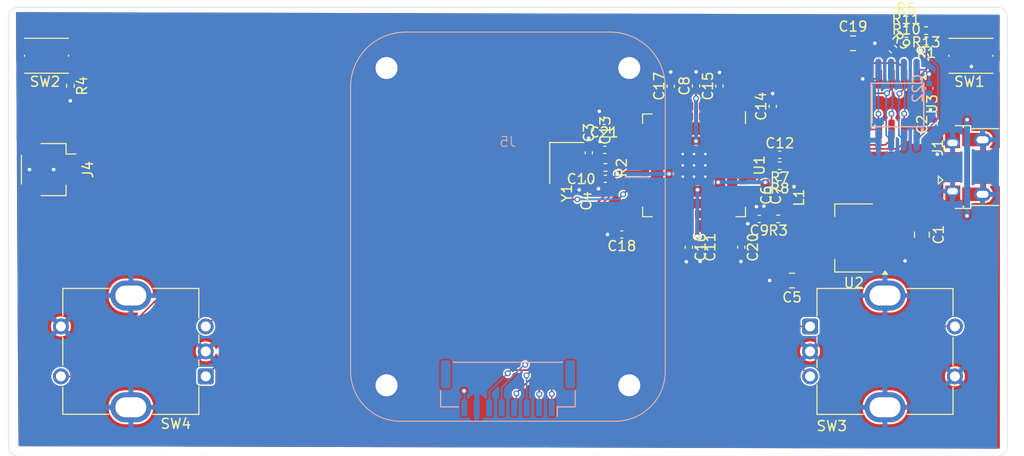
<source format=kicad_pcb>
(kicad_pcb (version 20241229) (generator "pcbnew") (generator_version "9.0")
  (title_block (title "RP2350B QFN-80 Minimal Design Example") (date "2024-07-04") (rev "REV3") (company "Raspberry Pi Ltd"))
  (layers (0 "F.Cu" signal) (2 "B.Cu" signal) (13 "F.Paste" user) (15 "B.Paste" user) (5 "F.SilkS" user "F.Silkscreen") (7 "B.SilkS" user "B.Silkscreen") (1 "F.Mask" user) (3 "B.Mask" user) (25 "Edge.Cuts" user))
  (net 0 "")
  (net 1 "GND")
  (net 2 "VBUS")
  (net 3 "/XIN")
  (net 4 "/XOUT")
  (net 5 "+3V3")
  (net 6 "+1V1")
  (net 8 "/~{USB_BOOT}")
  (net 9 "/GPIO15")
  (net 10 "/GPIO14")
  (net 11 "/GPIO13")
  (net 12 "/GPIO12")
  (net 13 "/GPIO11")
  (net 14 "/GPIO10")
  (net 15 "/GPIO9")
  (net 16 "/GPIO8")
  (net 17 "/GPIO7")
  (net 18 "/GPIO6")
  (net 19 "/GPIO5")
  (net 20 "/GPIO4")
  (net 21 "/GPIO3")
  (net 22 "/GPIO2")
  (net 23 "/GPIO1")
  (net 24 "/GPIO0")
  (net 25 "/GPIO25")
  (net 26 "/GPIO24")
  (net 27 "/GPIO23")
  (net 28 "/GPIO22")
  (net 29 "/GPIO21")
  (net 30 "/GPIO20")
  (net 31 "/GPIO19")
  (net 32 "/GPIO18")
  (net 33 "/GPIO17")
  (net 34 "/GPIO16")
  (net 35 "/RUN")
  (net 36 "/SWD")
  (net 37 "/SWCLK")
  (net 38 "/QSPI_SS")
  (net 39 "/QSPI_SD3")
  (net 40 "/QSPI_SCLK")
  (net 41 "/QSPI_SD0")
  (net 42 "/QSPI_SD2")
  (net 43 "/QSPI_SD1")
  (net 44 "/USB_D+")
  (net 45 "/USB_D-")
  (net 46 "/VREG_LX")
  (net 47 "Net-(C4-Pad1)")
  (net 48 "/GPIO44_ADC4")
  (net 49 "/GPIO43_ADC3")
  (net 50 "/GPIO42_ADC2")
  (net 51 "/GPIO41_ADC1")
  (net 52 "/GPIO40_ADC0")
  (net 53 "/GPIO33")
  (net 54 "Net-(R4-Pad1)")
  (net 55 "Net-(U1-USB_DP)")
  (net 56 "/GPIO29")
  (net 57 "/GPIO28")
  (net 58 "/GPIO27")
  (net 59 "/GPIO26")
  (net 60 "/FLASH_SS")
  (net 61 "/VREG_AVDD")
  (net 62 "Net-(U1-USB_DM)")
  (net 63 "/FLASH2_SS")
  (net 64 "/Screen_BL")
  (net 66 "/Screen_RST")
  (net 67 "/Screen_DIN")
  (net 68 "/Screen_DC")
  (net 69 "/Screen_CLK")
  (net 70 "/Screen_CS")
  (net 71 "/SW3_BUT")
  (net 72 "/SW3_P1")
  (net 73 "/SW3_P2")
  (net 74 "/SW4_P2")
  (net 75 "/SW4_P1")
  (net 76 "/SW4_BUT")
  (footprint "Capacitor_SMD:C_0805_2012Metric" (layer "F.Cu") (at 134.55 81.62)
    (property "Reference" "C19")
    (property "Value" "10u")
  )
  (footprint "Button_Switch_SMD:SW_Push_1P1T_NO_Vertical_Wuerth_434133025816" (layer "F.Cu") (at 53.81 82.87 180)
    (property "Reference" "SW2")
    (property "Value" "SW_Push")
  )
  (footprint "Capacitor_SMD:C_0402_1005Metric" (layer "F.Cu") (at 123.36 102.06 -90)
    (property "Reference" "C20")
    (property "Value" "100n")
  )
  (footprint "Capacitor_SMD:C_0402_1005Metric" (layer "F.Cu") (at 127.216666 92.795)
    (property "Reference" "C12")
    (property "Value" "100n")
  )
  (footprint "Resistor_SMD:R_0402_1005Metric" (layer "F.Cu") (at 141.87 80.35 180)
    (property "Reference" "R13")
    (property "Value" "10k")
  )
  (footprint "Capacitor_SMD:C_0805_2012Metric" (layer "F.Cu") (at 128.44 105.4 180)
    (property "Reference" "C5")
    (property "Value" "10u")
  )
  (footprint "Resistor_SMD:R_0402_1005Metric" (layer "F.Cu") (at 127.216666 93.895 180)
    (property "Reference" "R7")
    (property "Value" "27")
  )
  (footprint "Capacitor_SMD:C_0402_1005Metric" (layer "F.Cu") (at 118.83 85.89 90)
    (property "Reference" "C8")
    (property "Value" "100n")
  )
  (footprint "Rotary_Encoder:RotaryEncoder_Bourns_Vertical_PEC12R-3x17F-Sxxxx" (layer "F.Cu") (at 130.25 110)
    (property "Reference" "SW3")
    (property "Value" "RotaryEncoder_Switch_MP")
  )
  (footprint "RP2350_80QFN_minimal:C_0402_1005Metric_small_pads" (layer "F.Cu") (at 124.691666 96.845 -90)
    (property "Reference" "C6")
    (property "Value" "4.7u")
  )
  (footprint "Package_TO_SOT_SMD:SOT-223-3_TabPin2" (layer "F.Cu") (at 134.63 101.1325 180)
    (property "Reference" "U2")
    (property "Value" "NCP1117-3.3_SOT223")
  )
  (footprint "Capacitor_SMD:C_0402_1005Metric" (layer "F.Cu") (at 142.63 89.75 90)
    (property "Reference" "C2")
    (property "Value" "100n")
  )
  (footprint "Rotary_Encoder:RotaryEncoder_Bourns_Vertical_PEC12R-3x17F-Sxxxx" (layer "F.Cu") (at 69.75 115 180)
    (property "Reference" "SW4")
    (property "Value" "RotaryEncoder_Switch_MP")
  )
  (footprint "Capacitor_SMD:C_0402_1005Metric" (layer "F.Cu") (at 108.1 92.6 90)
    (property "Reference" "C3")
    (property "Value" "15p")
  )
  (footprint "Button_Switch_SMD:SW_Push_1P1T_NO_Vertical_Wuerth_434133025816" (layer "F.Cu") (at 146.35 82.875 180)
    (property "Reference" "SW1")
    (property "Value" "SW_Push")
  )
  (footprint "Capacitor_SMD:C_0402_1005Metric" (layer "F.Cu") (at 121.18 85.91 90)
    (property "Reference" "C15")
    (property "Value" "100n")
  )
  (footprint "Capacitor_SMD:C_0402_1005Metric" (layer "F.Cu") (at 125.166666 99.22 180)
    (property "Reference" "C9")
    (property "Value" "4.7u")
  )
  (footprint "Resistor_SMD:R_0402_1005Metric" (layer "F.Cu") (at 127.216666 94.995 180)
    (property "Reference" "R8")
    (property "Value" "27")
  )
  (footprint "Resistor_SMD:R_0402_1005Metric" (layer "F.Cu") (at 139.89 81.4)
    (property "Reference" "R10")
    (property "Value" "0")
  )
  (footprint "Resistor_SMD:R_0402_1005Metric" (layer "F.Cu") (at 127.056666 99.22 180)
    (property "Reference" "R3")
    (property "Value" "33")
  )
  (footprint "Resistor_SMD:R_0402_1005Metric" (layer "F.Cu") (at 138.55 82.21 -45)
    (property "Reference" "R9")
    (property "Value" "DNF")
  )
  (footprint "RP2350_80QFN_minimal:L_pol_2016" (layer "F.Cu") (at 127.341666 96.895 -90)
    (property "Reference" "L1")
    (property "Value" "3.3u")
  )
  (footprint "Connector_USB:USB_Micro-B_Amphenol_10103594-0001LF_Horizontal" (layer "F.Cu") (at 146.4 94 90)
    (property "Reference" "J1")
    (property "Value" "USB_B_Micro")
  )
  (footprint "RP2350_80QFN_minimal:C_0402_1005Metric_small_pads" (layer "F.Cu") (at 125.666666 96.845 -90)
    (property "Reference" "C7")
    (property "Value" "4.7u")
  )
  (footprint "Capacitor_SMD:C_0402_1005Metric" (layer "F.Cu") (at 126.51 87.94 90)
    (property "Reference" "C14")
    (property "Value" "100n")
  )
  (footprint "Resistor_SMD:R_0402_1005Metric" (layer "F.Cu") (at 139.865 80.35)
    (property "Reference" "R11")
    (property "Value" "0")
  )
  (footprint "Resistor_SMD:R_0402_1005Metric" (layer "F.Cu") (at 139.87 79.3)
    (property "Reference" "R6")
    (property "Value" "1k")
  )
  (footprint "Capacitor_SMD:C_0402_1005Metric" (layer "F.Cu") (at 119.1 102.06 -90)
    (property "Reference" "C11")
    (property "Value" "100n")
  )
  (footprint "Connector_JST:JST_SH_SM03B-SRSS-TB_1x03-1MP_P1.00mm_Horizontal" (layer "F.Cu") (at 53.98 94.28 -90)
    (property "Reference" "J4")
    (property "Value" "SM03B-SRSS-TB")
  )
  (footprint "Resistor_SMD:R_0402_1005Metric" (layer "F.Cu") (at 141.89 81.4 180)
    (property "Reference" "R1")
    (property "Value" "10k")
  )
  (footprint "Package_SO:SOP-8_3.76x4.96mm_P1.27mm" (layer "F.Cu") (at 139.04 87.72 -90)
    (property "Reference" "U3")
    (property "Value" "LY68L6400SLIT")
  )
  (footprint "Crystal:Crystal_SMD_3225-4Pin_3.2x2.5mm" (layer "F.Cu") (at 105.9 93.62 -90)
    (property "Reference" "Y1")
    (property "Value" "ABM8-272-T3")
  )
  (footprint "Capacitor_SMD:C_0805_2012Metric" (layer "F.Cu") (at 141.44 100.8 -90)
    (property "Reference" "C1")
    (property "Value" "10u")
  )
  (footprint "Capacitor_SMD:C_0402_1005Metric" (layer "F.Cu") (at 109.63 89.39 180)
    (property "Reference" "C21")
    (property "Value" "100n")
  )
  (footprint "Capacitor_SMD:C_0402_1005Metric" (layer "F.Cu") (at 108.1 95.5 -90)
    (property "Reference" "C4")
    (property "Value" "15p")
  )
  (footprint "Capacitor_SMD:C_0402_1005Metric" (layer "F.Cu") (at 116.3 85.92 90)
    (property "Reference" "C17")
    (property "Value" "100n")
  )
  (footprint "Capacitor_SMD:C_0402_1005Metric" (layer "F.Cu") (at 109.76 95.2 180)
    (property "Reference" "C10")
    (property "Value" "4.7u")
  )
  (footprint "RP2350_80QFN_minimal:RP2350-QFN-80-1EP_10x10_P0.4mm_EP3.4x3.4mm_ThermalVias" (layer "F.Cu") (at 118.633333 93.853333 -90)
    (property "Reference" "U1")
    (property "Value" "RP2350_80QFN")
  )
  (footprint "Capacitor_SMD:C_0402_1005Metric" (layer "F.Cu") (at 118.12 102.06 -90)
    (property "Reference" "C16")
    (property "Value" "100n")
  )
  (footprint "Resistor_SMD:R_0402_1005Metric" (layer "F.Cu") (at 56.2 85.88 -90)
    (property "Reference" "R4")
    (property "Value" "1k")
  )
  (footprint "Resistor_SMD:R_0402_1005Metric" (layer "F.Cu") (at 109.77 94.06 180)
    (property "Reference" "R2")
    (property "Value" "1k")
  )
  (footprint "Capacitor_SMD:C_0402_1005Metric" (layer "F.Cu") (at 109.7 92.3 180)
    (property "Reference" "C13")
    (property "Value" "100n")
  )
  (footprint "Capacitor_SMD:C_0402_1005Metric" (layer "F.Cu") (at 111.4 100.78 180)
    (property "Reference" "C18")
    (property "Value" "100n")
  )
  (footprint "PCM_JLCPCB:SOIC-8_L5.3-W5.3-P1.27-LS8.0-BL" (layer "B.Cu") (at 139 87.8 180)
    (property "Reference" "U5" (hide yes))
    (property "Value" "W25Q128")
  )
  (footprint "Display:Seeed 1.69 Inch LCD Module" (layer "B.Cu") (at 100 100 180)
    (property "Reference" "J5")
    (property "Value" "Conn_01x08_MountingPin")
  )
  (footprint "Capacitor_SMD:C_0402_1005Metric" (layer "B.Cu") (at 142.18 86.14 -90)
    (property "Reference" "C22")
    (property "Value" "DNF")
  )
  (gr_line (start 150 79) (end 150 122) (stroke (width 0.05)) (layer "Edge.Cuts"))
  (gr_arc (start 150 122) (mid 149.707107 122.707107) (end 149 123) (stroke (width 0.05)) (layer "Edge.Cuts"))
  (gr_line (start 51 78) (end 149 78) (stroke (width 0.05)) (layer "Edge.Cuts"))
  (gr_arc (start 149 78) (mid 149.707107 78.292893) (end 150 79) (stroke (width 0.05)) (layer "Edge.Cuts"))
  (gr_arc (start 50 79) (mid 50.292893 78.292893) (end 51 78) (stroke (width 0.05)) (layer "Edge.Cuts"))
  (gr_arc (start 51 123) (mid 50.292893 122.707107) (end 50 122) (stroke (width 0.05)) (layer "Edge.Cuts"))
  (gr_line (start 50 122) (end 50 79) (stroke (width 0.05)) (layer "Edge.Cuts"))
  (gr_line (start 149 123) (end 51 123) (stroke (width 0.05)) (layer "Edge.Cuts"))
  (segment (start 125.46 97.94) (end 125.403103 97.996897) (width 0.16) (layer "F.Cu") (net 1))
  (segment (start 124.49 99.22) (end 124.01 99.7) (width 0.3) (layer "F.Cu") (net 1))
  (segment (start 118.83 85.41) (end 118.83 84.5) (width 0.16) (layer "F.Cu") (net 1))
  (segment (start 110.92 100.78) (end 109.97 100.78) (width 0.16) (layer "F.Cu") (net 1))
  (segment (start 125.63 97.77) (end 125.666666 97.733334) (width 0.16) (layer "F.Cu") (net 1))
  (segment (start 142.63 88.62) (end 142.3 88.29) (width 0.2) (layer "F.Cu") (net 1))
  (segment (start 56.2 86.39) (end 56.2 87.37) (width 0.16) (layer "F.Cu") (net 1))
  (segment (start 109.15 89.39) (end 109.15 88.44) (width 0.16) (layer "F.Cu") (net 1))
  (segment (start 144.635 92.725) (end 144.635 91.725) (width 0.16) (layer "F.Cu") (net 1))
  (segment (start 109.28 95.2) (end 109.28 95.99) (width 0.16) (layer "F.Cu") (net 1))
  (segment (start 147.785 91.565) (end 147.515 91.295) (width 0.16) (layer "F.Cu") (net 1))
  (segment (start 147.785 94.985) (end 147.785 96.485) (width 0.16) (layer "F.Cu") (net 1))
  (segment (start 137.135 85.1825) (end 135.5275 85.1825) (width 0.16) (layer "F.Cu") (net 1))
  (segment (start 109.28 95.99) (end 109.07 96.2) (width 0.16) (layer "F.Cu") (net 1))
  (segment (start 123.36 103.46) (end 123.33 103.49) (width 0.16) (layer "F.Cu") (net 1))
  (segment (start 119.1 102.54) (end 119.1 103.34) (width 0.16) (layer "F.Cu") (net 1))
  (segment (start 124.691666 97.36) (end 124.691666 97.808787) (width 0.16) (layer "F.Cu") (net 1))
  (segment (start 135.5275 85.1825) (end 135.52 85.19) (width 0.16) (layer "F.Cu") (net 1))
  (segment (start 137.78 103.4325) (end 139.7575 103.4325) (width 0.16) (layer "F.Cu") (net 1))
  (segment (start 116.3 85.44) (end 116.3 84.5) (width 0.16) (layer "F.Cu") (net 1))
  (segment (start 118.12 103.25) (end 117.86 103.51) (width 0.16) (layer "F.Cu") (net 1))
  (segment (start 141.44 101.75) (end 139.7575 103.4325) (width 0.16) (layer "F.Cu") (net 1))
  (segment (start 147.785 96.485) (end 147.515 96.755) (width 0.16) (layer "F.Cu") (net 1))
  (segment (start 147.785 93.065) (end 147.785 91.565) (width 0.16) (layer "F.Cu") (net 1))
  (segment (start 124.691666 97.808787) (end 124.879776 97.996897) (width 0.16) (layer "F.Cu") (net 1))
  (segment (start 142.63 89.27) (end 142.63 88.62) (width 0.2) (layer "F.Cu") (net 1))
  (segment (start 125.666666 97.36) (end 124.691666 97.36) (width 0.16) (layer "F.Cu") (net 1))
  (segment (start 54.53 94.28) (end 54.52 94.27) (width 0.16) (layer "F.Cu") (net 1))
  (segment (start 125.666666 97.733334) (end 125.666666 97.36) (width 0.16) (layer "F.Cu") (net 1))
  (segment (start 146.4 83.95) (end 148.425 83.95) (width 0.16) (layer "F.Cu") (net 1))
  (segment (start 144.635 91.725) (end 144.515 91.605) (width 0.16) (layer "F.Cu") (net 1))
  (segment (start 124.691666 97.36) (end 124.88 97.36) (width 0.16) (layer "F.Cu") (net 1))
  (segment (start 123.36 102.54) (end 123.36 103.46) (width 0.16) (layer "F.Cu") (net 1))
  (segment (start 56.2 87.37) (end 56.19 87.38) (width 0.16) (layer "F.Cu") (net 1))
  (segment (start 118.83 84.5) (end 118.84 84.49) (width 0.16) (layer "F.Cu") (net 1))
  (segment (start 55.98 94.28) (end 54.53 94.28) (width 0.16) (layer "F.Cu") (net 1))
  (segment (start 108.1 92.12) (end 108.1 91.15) (width 0.16) (layer "F.Cu") (net 1))
  (segment (start 119.1 103.34) (end 119.24 103.48) (width 0.16) (layer "F.Cu") (net 1))
  (segment (start 109.22 92.3) (end 109.22 91.47) (width 0.16) (layer "F.Cu") (net 1))
  (segment (start 126.51 87.46) (end 126.51 86.66) (width 0.16) (layer "F.Cu") (net 1))
  (segment (start 125.63 97.94) (end 125.63 97.77) (width 0.16) (layer "F.Cu") (net 1))
  (segment (start 144.275 83.95) (end 146.4 83.95) (width 0.16) (layer "F.Cu") (net 1))
  (segment (start 108.1 91.15) (end 108.08 91.13) (width 0.16) (layer "F.Cu") (net 1))
  (segment (start 135.5 81.62) (end 136.73 81.62) (width 0.16) (layer "F.Cu") (net 1))
  (segment (start 124.686666 99.22) (end 124.49 99.22) (width 0.3) (layer "F.Cu") (net 1))
  (segment (start 52.105 96.58) (end 52.105 94.27) (width 0.16) (layer "F.Cu") (net 1))
  (segment (start 107.47 95.98) (end 107.14 96.31) (width 0.16) (layer "F.Cu") (net 1))
  (segment (start 125.403103 97.996897) (end 124.879776 97.996897) (width 0.16) (layer "F.Cu") (net 1))
  (segment (start 125.666666 97.36) (end 125.516673 97.36) (width 0.16) (layer "F.Cu") (net 1))
  (segment (start 52.105 94.27) (end 52.105 91.98) (width 0.16) (layer "F.Cu") (net 1))
  (segment (start 127.49 105.4) (end 126.21 105.4) (width 0.16) (layer "F.Cu") (net 1))
  (segment (start 108.1 95.98) (end 107.47 95.98) (width 0.16) (layer "F.Cu") (net 1))
  (segment (start 121.18 85.43) (end 121.18 84.54) (width 0.16) (layer "F.Cu") (net 1))
  (segment (start 143.005 92.725) (end 142.99 92.74) (width 0.16) (layer "F.Cu") (net 1))
  (segment (start 144.635 92.725) (end 143.005 92.725) (width 0.16) (layer "F.Cu") (net 1))
  (segment (start 125.63 97.94) (end 125.46 97.94) (width 0.16) (layer "F.Cu") (net 1))
  (segment (start 126.21 105.4) (end 126.2 105.39) (width 0.16) (layer "F.Cu") (net 1))
  (segment (start 118.12 102.54) (end 118.12 103.25) (width 0.16) (layer "F.Cu") (net 1))
  (via (at 139.7575 103.4325) (size 0.6) (drill 0.35) (layers "F.Cu" "B.Cu") (net 1))
  (via (at 117.86 103.51) (size 0.6) (drill 0.35) (layers "F.Cu" "B.Cu") (net 1))
  (via (at 116.3 84.5) (size 0.6) (drill 0.35) (layers "F.Cu" "B.Cu") (net 1))
  (via (at 146.4 83.95) (size 0.6) (drill 0.35) (layers "F.Cu" "B.Cu") (net 1))
  (via (at 119.24 103.48) (size 0.6) (drill 0.35) (layers "F.Cu" "B.Cu") (net 1))
  (via (at 56.19 87.38) (size 0.6) (drill 0.35) (layers "F.Cu" "B.Cu") (net 1))
  (via (at 135.52 85.19) (size 0.6) (drill 0.35) (layers "F.Cu" "B.Cu") (net 1))
  (via (at 109.22 91.47) (size 0.6) (drill 0.35) (layers "F.Cu" "B.Cu") (net 1))
  (via (at 123.33 103.49) (size 0.6) (drill 0.35) (layers "F.Cu" "B.Cu") (net 1))
  (via (at 121.18 84.54) (size 0.6) (drill 0.35) (layers "F.Cu" "B.Cu") (net 1))
  (via (at 136.73 81.62) (size 0.6) (drill 0.35) (layers "F.Cu" "B.Cu") (net 1))
  (via (at 109.97 100.78) (size 0.6) (drill 0.35) (layers "F.Cu" "B.Cu") (net 1))
  (via (at 107.14 96.31) (size 0.6) (drill 0.35) (layers "F.Cu" "B.Cu") (net 1))
  (via (at 109.07 96.2) (size 0.6) (drill 0.35) (layers "F.Cu" "B.Cu") (net 1))
  (via (at 124.879776 97.996897) (size 0.6) (drill 0.35) (layers "F.Cu" "B.Cu") (net 1))
  (via (at 109.15 88.44) (size 0.6) (drill 0.35) (layers "F.Cu" "B.Cu") (net 1))
  (via (at 124.01 99.7) (size 0.6) (drill 0.35) (layers "F.Cu" "B.Cu") (net 1))
  (via (at 118.84 84.49) (size 0.6) (drill 0.35) (layers "F.Cu" "B.Cu") (net 1))
  (via (at 126.51 86.66) (size 0.6) (drill 0.35) (layers "F.Cu" "B.Cu") (net 1))
  (via (at 108.08 91.13) (size 0.6) (drill 0.35) (layers "F.Cu" "B.Cu") (net 1))
  (via (at 54.52 94.27) (size 0.6) (drill 0.35) (layers "F.Cu" "B.Cu") (net 1))
  (via (at 52.105 94.27) (size 0.6) (drill 0.35) (layers "F.Cu" "B.Cu") (net 1))
  (via (at 142.3 88.29) (size 0.6) (drill 0.35) (layers "F.Cu" "B.Cu") (net 1))
  (via (at 125.63 97.94) (size 0.6) (drill 0.35) (layers "F.Cu" "B.Cu") (net 1))
  (via (at 142.99 92.74) (size 0.6) (drill 0.35) (layers "F.Cu" "B.Cu") (net 1))
  (via (at 126.2 105.39) (size 0.6) (drill 0.35) (layers "F.Cu" "B.Cu") (net 1))
  (segment (start 142.845 95.325) (end 142.54 95.63) (width 0.3) (layer "F.Cu") (net 2))
  (segment (start 144.635 95.325) (end 142.845 95.325) (width 0.3) (layer "F.Cu") (net 2))
  (segment (start 110.141344 93.08) (end 108.1 93.08) (width 0.16) (layer "F.Cu") (net 3))
  (segment (start 106.13 93.6) (end 105.05 92.52) (width 0.16) (layer "F.Cu") (net 3))
  (segment (start 107.58 93.6) (end 106.13 93.6) (width 0.16) (layer "F.Cu") (net 3))
  (segment (start 113.736833 93.653333) (end 110.714677 93.653333) (width 0.16) (layer "F.Cu") (net 3))
  (segment (start 110.714677 93.653333) (end 110.141344 93.08) (width 0.16) (layer "F.Cu") (net 3))
  (segment (start 108.1 93.08) (end 107.58 93.6) (width 0.16) (layer "F.Cu") (net 3))
  (segment (start 110.286667 94.053333) (end 110.28 94.06) (width 0.16) (layer "F.Cu") (net 4))
  (segment (start 113.736833 94.053333) (end 110.286667 94.053333) (width 0.16) (layer "F.Cu") (net 4))
  (segment (start 112.663333 91.253333) (end 113.736833 91.253333) (width 0.16) (layer "F.Cu") (net 5))
  (segment (start 120.833333 88.956833) (end 120.833333 86.736667) (width 0.16) (layer "F.Cu") (net 5))
  (segment (start 118.433333 98.749833) (end 118.433333 101.266667) (width 0.16) (layer "F.Cu") (net 5))
  (segment (start 123.529833 91.653333) (end 124.377207 91.653333) (width 0.16) (layer "F.Cu") (net 5))
  (segment (start 123.36 100.8) (end 123.36 101.58) (width 0.16) (layer "F.Cu") (net 5))
  (segment (start 122.433333 98.749833) (end 122.433333 99.873333) (width 0.16) (layer "F.Cu") (net 5))
  (segment (start 111.133333 93.253333) (end 110.18 92.3) (width 0.16) (layer "F.Cu") (net 5))
  (segment (start 123.529833 94.453333) (end 125.078333 94.453333) (width 0.16) (layer "F.Cu") (net 5))
  (segment (start 116.833333 86.933333) (end 116.3 86.4) (width 0.16) (layer "F.Cu") (net 5))
  (segment (start 125.078333 94.453333) (end 125.285833 94.245833) (width 0.16) (layer "F.Cu") (net 5))
  (segment (start 120.833333 86.736667) (end 121.18 86.39) (width 0.16) (layer "F.Cu") (net 5))
  (segment (start 112.803166 100.78) (end 111.88 100.78) (width 0.16) (layer "F.Cu") (net 5))
  (segment (start 124.678333 94.853333) (end 125.285833 94.245833) (width 0.16) (layer "F.Cu") (net 5))
  (segment (start 118.433333 101.266667) (end 118.12 101.58) (width 0.16) (layer "F.Cu") (net 5))
  (segment (start 110.11 89.39) (end 110.8 89.39) (width 0.16) (layer "F.Cu") (net 5))
  (segment (start 125.285833 94.245833) (end 126.736666 92.795) (width 0.16) (layer "F.Cu") (net 5))
  (segment (start 124.377207 91.653333) (end 126.51 89.52054) (width 0.16) (layer "F.Cu") (net 5))
  (segment (start 116.833333 88.956833) (end 116.833333 86.933333) (width 0.16) (layer "F.Cu") (net 5))
  (segment (start 114.833333 98.749833) (end 112.803166 100.78) (width 0.16) (layer "F.Cu") (net 5))
  (segment (start 126.51 89.52054) (end 126.51 88.42) (width 0.16) (layer "F.Cu") (net 5))
  (segment (start 122.433333 99.873333) (end 123.36 100.8) (width 0.16) (layer "F.Cu") (net 5))
  (segment (start 110.8 89.39) (end 112.663333 91.253333) (width 0.16) (layer "F.Cu") (net 5))
  (segment (start 113.736833 93.253333) (end 111.133333 93.253333) (width 0.16) (layer "F.Cu") (net 5))
  (segment (start 142.38 81.38) (end 142.4 81.4) (width 0.16) (layer "F.Cu") (net 5))
  (segment (start 123.529833 94.853333) (end 124.678333 94.853333) (width 0.16) (layer "F.Cu") (net 5))
  (segment (start 142.38 80.35) (end 142.38 81.38) (width 0.16) (layer "F.Cu") (net 5))
  (via (at 145.96 98.92) (size 0.6) (drill 0.35) (layers "F.Cu" "B.Cu") (net 5))
  (via (at 142.16616 84.710875) (size 0.6) (drill 0.35) (layers "F.Cu" "B.Cu") (net 5))
  (via (at 145.97 89.28) (size 0.6) (drill 0.35) (layers "F.Cu" "B.Cu") (net 5))
  (via (at 95.61 116.46) (size 0.6) (drill 0.35) (layers "F.Cu" "B.Cu") (net 5))
  (segment (start 141.725285 84.27) (end 142.16616 84.710875) (width 0.2) (layer "B.Cu") (net 5))
  (segment (start 95.625 118.15) (end 95.625 116.475) (width 0.16) (layer "B.Cu") (net 5))
  (segment (start 145.97 98.91) (end 145.96 98.92) (width 0.2) (layer "B.Cu") (net 5))
  (segment (start 142.16616 84.710875) (end 142.16616 85.64616) (width 0.2) (layer "B.Cu") (net 5))
  (segment (start 142.16616 85.64616) (end 142.18 85.66) (width 0.2) (layer "B.Cu") (net 5))
  (segment (start 140.91 84.27) (end 141.725285 84.27) (width 0.2) (layer "B.Cu") (net 5))
  (segment (start 95.625 116.475) (end 95.61 116.46) (width 0.16) (layer "B.Cu") (net 5))
  (segment (start 145.97 89.28) (end 145.97 98.91) (width 0.6) (layer "B.Cu") (net 5))
  (segment (start 125.666666 95.658334) (end 125.775 95.55) (width 0.16) (layer "F.Cu") (net 6))
  (segment (start 110.45 95.2) (end 110.95 94.7) (width 0.16) (layer "F.Cu") (net 6))
  (segment (start 118.965 100.945) (end 119.1 101.08) (width 0.16) (layer "F.Cu") (net 6))
  (segment (start 118.833333 86.373333) (end 118.83 86.37) (width 0.16) (layer "F.Cu") (net 6))
  (segment (start 125.666666 96.33) (end 125.666666 95.658334) (width 0.16) (layer "F.Cu") (net 6))
  (segment (start 118.833333 100.813333) (end 118.965 100.945) (width 0.16) (layer "F.Cu") (net 6))
  (segment (start 119.1 101.08) (end 119.1 101.58) (width 0.16) (layer "F.Cu") (net 6))
  (segment (start 118.833333 88.956833) (end 118.833333 87.14) (width 0.16) (layer "F.Cu") (net 6))
  (segment (start 118.833333 87.14) (end 118.833333 86.373333) (width 0.16) (layer "F.Cu") (net 6))
  (segment (start 118.833333 98.749833) (end 118.833333 100.813333) (width 0.16) (layer "F.Cu") (net 6))
  (segment (start 111.196667 94.453333) (end 113.736833 94.453333) (width 0.16) (layer "F.Cu") (net 6))
  (segment (start 110.95 94.7) (end 111.196667 94.453333) (width 0.16) (layer "F.Cu") (net 6))
  (segment (start 110.24 95.2) (end 110.45 95.2) (width 0.16) (layer "F.Cu") (net 6))
  (via (at 118.833333 87.14) (size 0.6) (drill 0.35) (layers "F.Cu" "B.Cu") (net 6))
  (via (at 118.825 91.425) (size 0.6) (drill 0.35) (layers "F.Cu" "B.Cu") (net 6))
  (via (at 118.965 100.945) (size 0.6) (drill 0.35) (layers "F.Cu" "B.Cu") (net 6))
  (via (at 125.775 95.55) (size 0.6) (drill 0.35) (layers "F.Cu" "B.Cu") (net 6))
  (via (at 121.05 95.55) (size 0.6) (drill 0.35) (layers "F.Cu" "B.Cu") (net 6))
  (via (at 116.125 94.7) (size 0.6) (drill 0.35) (layers "F.Cu" "B.Cu") (net 6))
  (via (at 110.95 94.7) (size 0.6) (drill 0.35) (layers "F.Cu" "B.Cu") (net 6))
  (via (at 118.975 96.3) (size 0.6) (drill 0.35) (layers "F.Cu" "B.Cu") (net 6))
  (segment (start 118.965 100.945) (end 118.965 96.31) (width 0.4) (layer "B.Cu") (net 6))
  (segment (start 125.775 95.55) (end 121.05 95.55) (width 0.4) (layer "B.Cu") (net 6))
  (segment (start 110.95 94.7) (end 116.125 94.7) (width 0.4) (layer "B.Cu") (net 6))
  (segment (start 118.965 96.31) (end 118.975 96.3) (width 0.16) (layer "B.Cu") (net 6))
  (segment (start 118.833333 87.14) (end 118.833333 91.416667) (width 0.4) (layer "B.Cu") (net 6))
  (segment (start 118.833333 91.416667) (end 118.825 91.425) (width 0.16) (layer "B.Cu") (net 6))
  (segment (start 140.38 79.3) (end 142.171344 79.3) (width 0.16) (layer "F.Cu") (net 8))
  (segment (start 144.3 81.428656) (end 144.3 81.8) (width 0.16) (layer "F.Cu") (net 8))
  (segment (start 142.171344 79.3) (end 144.3 81.428656) (width 0.16) (layer "F.Cu") (net 8))
  (segment (start 144.3 81.8) (end 148.425 81.8) (width 0.16) (layer "F.Cu") (net 8))
  (segment (start 125.84 86.52) (end 132.01 80.35) (width 0.16) (layer "F.Cu") (net 24))
  (segment (start 123.529833 91.253333) (end 124.337387 91.253333) (width 0.16) (layer "F.Cu") (net 24))
  (segment (start 136.69 80.35) (end 136.49 80.35) (width 0.2) (layer "F.Cu") (net 24))
  (segment (start 125.84 89.75072) (end 125.84 86.52) (width 0.16) (layer "F.Cu") (net 24))
  (segment (start 138.189376 81.849376) (end 136.69 80.35) (width 0.2) (layer "F.Cu") (net 24))
  (segment (start 132.01 80.35) (end 139.355 80.35) (width 0.16) (layer "F.Cu") (net 24))
  (segment (start 124.337387 91.253333) (end 125.84 89.75072) (width 0.16) (layer "F.Cu") (net 24))
  (segment (start 80.623554 81.795) (end 55.885 81.795) (width 0.2) (layer "F.Cu") (net 35))
  (segment (start 51.76 81.795) (end 55.885 81.795) (width 0.2) (layer "F.Cu") (net 35))
  (segment (start 113.736833 95.653333) (end 112.646667 95.653333) (width 0.2) (layer "F.Cu") (net 35))
  (segment (start 106.95 97.26) (end 96.088554 97.26) (width 0.2) (layer "F.Cu") (net 35))
  (segment (start 112.646667 95.653333) (end 111.54 96.76) (width 0.2) (layer "F.Cu") (net 35))
  (segment (start 96.088554 97.26) (end 80.623554 81.795) (width 0.2) (layer "F.Cu") (net 35))
  (via (at 106.95 97.26) (size 0.6) (drill 0.35) (layers "F.Cu" "B.Cu") (net 35))
  (via (at 111.54 96.76) (size 0.6) (drill 0.35) (layers "F.Cu" "B.Cu") (net 35))
  (segment (start 111.04 97.26) (end 111.54 96.76) (width 0.2) (layer "B.Cu") (net 35))
  (segment (start 106.95 97.26) (end 111.04 97.26) (width 0.2) (layer "B.Cu") (net 35))
  (segment (start 92.960924 95.21) (end 56.05 95.21) (width 0.16) (layer "F.Cu") (net 36))
  (segment (start 56.05 95.21) (end 55.98 95.28) (width 0.16) (layer "F.Cu") (net 36))
  (segment (start 111.896667 95.253333) (end 108.824667 98.325333) (width 0.16) (layer "F.Cu") (net 36))
  (segment (start 113.736833 95.253333) (end 111.896667 95.253333) (width 0.16) (layer "F.Cu") (net 36))
  (segment (start 96.076257 98.325333) (end 92.960924 95.21) (width 0.16) (layer "F.Cu") (net 36))
  (segment (start 108.824667 98.325333) (end 96.076257 98.325333) (width 0.16) (layer "F.Cu") (net 36))
  (segment (start 96.213361 97.994333) (end 108.565667 97.994333) (width 0.2) (layer "F.Cu") (net 37))
  (segment (start 111.706667 94.853333) (end 113.736833 94.853333) (width 0.2) (layer "F.Cu") (net 37))
  (segment (start 91.499028 93.28) (end 96.213361 97.994333) (width 0.2) (layer "F.Cu") (net 37))
  (segment (start 108.565667 97.994333) (end 111.706667 94.853333) (width 0.2) (layer "F.Cu") (net 37))
  (segment (start 55.98 93.28) (end 91.499028 93.28) (width 0.2) (layer "F.Cu") (net 37))
  (segment (start 139.874 79.814) (end 139.36 79.3) (width 0.16) (layer "F.Cu") (net 38))
  (segment (start 133.52036 82.95) (end 137.83 82.95) (width 0.16) (layer "F.Cu") (net 38))
  (segment (start 137.83 82.95) (end 139.38 81.4) (width 0.16) (layer "F.Cu") (net 38))
  (segment (start 139.38 81.4) (end 139.874 80.906) (width 0.16) (layer "F.Cu") (net 38))
  (segment (start 139.874 80.906) (end 139.874 79.814) (width 0.16) (layer "F.Cu") (net 38))
  (segment (start 123.529833 92.053333) (end 124.417027 92.053333) (width 0.16) (layer "F.Cu") (net 38))
  (segment (start 124.417027 92.053333) (end 133.52036 82.95) (width 0.16) (layer "F.Cu") (net 38))
  (segment (start 123.529833 94.053333) (end 124.639779 94.053333) (width 0.16) (layer "F.Cu") (net 39))
  (segment (start 126.493112 92.2) (end 139 92.2) (width 0.16) (layer "F.Cu") (net 39))
  (segment (start 139.675 90.2575) (end 139.675 88.675) (width 0.16) (layer "F.Cu") (net 39))
  (segment (start 139 92.2) (end 139.675 91.525) (width 0.16) (layer "F.Cu") (net 39))
  (segment (start 139.675 91.525) (end 139.675 90.2575) (width 0.16) (layer "F.Cu") (net 39))
  (segment (start 124.639779 94.053333) (end 126.493112 92.2) (width 0.16) (layer "F.Cu") (net 39))
  (via (at 139.675 88.675) (size 0.6) (drill 0.35) (layers "F.Cu" "B.Cu") (net 39))
  (segment (start 139.675 88.675) (end 139.731 88.619) (width 0.16) (layer "B.Cu") (net 39))
  (segment (start 139.731 88.619) (end 139.731 84.361) (width 0.16) (layer "B.Cu") (net 39))
  (segment (start 139.731 84.361) (end 139.64 84.27) (width 0.16) (layer "B.Cu") (net 39))
  (segment (start 138.405 88.68) (end 138.4 88.675) (width 0.16) (layer "F.Cu") (net 40))
  (segment (start 124.599959 93.653333) (end 126.453292 91.8) (width 0.16) (layer "F.Cu") (net 40))
  (segment (start 126.453292 91.8) (end 137.8 91.8) (width 0.16) (layer "F.Cu") (net 40))
  (segment (start 123.529833 93.653333) (end 124.599959 93.653333) (width 0.16) (layer "F.Cu") (net 40))
  (segment (start 138.405 91.195) (end 138.405 90.2575) (width 0.16) (layer "F.Cu") (net 40))
  (segment (start 137.8 91.8) (end 138.405 91.195) (width 0.16) (layer "F.Cu") (net 40))
  (segment (start 138.405 90.2575) (end 138.405 88.68) (width 0.16) (layer "F.Cu") (net 40))
  (via (at 138.4 88.675) (size 0.6) (drill 0.35) (layers "F.Cu" "B.Cu") (net 40))
  (segment (start 138.480999 84.390999) (end 138.36 84.27) (width 0.16) (layer "B.Cu") (net 40))
  (segment (start 138.4 88.675) (end 138.480999 88.594001) (width 0.16) (layer "B.Cu") (net 40))
  (segment (start 138.480999 88.594001) (end 138.480999 84.390999) (width 0.16) (layer "B.Cu") (net 40))
  (segment (start 123.529833 93.253333) (end 124.560139 93.253333) (width 0.16) (layer "F.Cu") (net 41))
  (segment (start 127.555972 90.2575) (end 137.135 90.2575) (width 0.16) (layer "F.Cu") (net 41))
  (segment (start 137.09 90.2125) (end 137.135 90.2575) (width 0.16) (layer "F.Cu") (net 41))
  (segment (start 137.09 88.7) (end 137.09 90.2125) (width 0.16) (layer "F.Cu") (net 41))
  (segment (start 124.560139 93.253333) (end 127.555972 90.2575) (width 0.16) (layer "F.Cu") (net 41))
  (via (at 137.09 88.7) (size 0.6) (drill 0.35) (layers "F.Cu" "B.Cu") (net 41))
  (segment (start 137.09 84.27) (end 137.09 88.7) (width 0.16) (layer "B.Cu") (net 41))
  (segment (start 123.529833 92.853333) (end 124.496667 92.853333) (width 0.16) (layer "F.Cu") (net 42))
  (segment (start 137.949999 86.625) (end 138.405 86.169999) (width 0.16) (layer "F.Cu") (net 42))
  (segment (start 124.496667 92.853333) (end 130.725 86.625) (width 0.16) (layer "F.Cu") (net 42))
  (segment (start 138.405 86.169999) (end 138.405 85.1825) (width 0.16) (layer "F.Cu") (net 42))
  (segment (start 130.725 86.625) (end 137.949999 86.625) (width 0.16) (layer "F.Cu") (net 42))
  (via (at 137.949999 86.625) (size 0.6) (drill 0.35) (layers "F.Cu" "B.Cu") (net 42))
  (segment (start 137.869 86.705999) (end 137.869 90.839) (width 0.16) (layer "B.Cu") (net 42))
  (segment (start 137.869 90.839) (end 138.36 91.33) (width 0.16) (layer "B.Cu") (net 42))
  (segment (start 137.949999 86.625) (end 137.869 86.705999) (width 0.16) (layer "B.Cu") (net 42))
  (segment (start 139.675 84.195001) (end 139.675 85.1825) (width 0.16) (layer "F.Cu") (net 43))
  (segment (start 139.675 85.1825) (end 139.675 86.175) (width 0.16) (layer "F.Cu") (net 43))
  (segment (start 123.529833 92.453333) (end 124.456847 92.453333) (width 0.16) (layer "F.Cu") (net 43))
  (segment (start 133.31018 83.6) (end 139.079999 83.6) (width 0.16) (layer "F.Cu") (net 43))
  (segment (start 139.675 86.175) (end 139.2 86.65) (width 0.16) (layer "F.Cu") (net 43))
  (segment (start 139.079999 83.6) (end 139.675 84.195001) (width 0.16) (layer "F.Cu") (net 43))
  (segment (start 124.456847 92.453333) (end 133.31018 83.6) (width 0.16) (layer "F.Cu") (net 43))
  (via (at 139.2 86.65) (size 0.6) (drill 0.35) (layers "F.Cu" "B.Cu") (net 43))
  (segment (start 139.2 86.65) (end 139.144 86.706) (width 0.16) (layer "B.Cu") (net 43))
  (segment (start 139.144 90.834) (end 139.64 91.33) (width 0.16) (layer "B.Cu") (net 43))
  (segment (start 139.144 86.706) (end 139.144 90.834) (width 0.16) (layer "B.Cu") (net 43))
  (segment (start 128.206667 93.895) (end 128.336667 94.025) (width 0.4) (layer "F.Cu") (net 44))
  (segment (start 127.726666 93.895) (end 128.206667 93.895) (width 0.4) (layer "F.Cu") (net 44))
  (segment (start 128.336667 94.025) (end 144.635 94.025) (width 0.4) (layer "F.Cu") (net 44))
  (segment (start 144.63 94.67) (end 144.635 94.675) (width 0.4) (layer "F.Cu") (net 45))
  (segment (start 128.206667 94.995) (end 128.531667 94.67) (width 0.4) (layer "F.Cu") (net 45))
  (segment (start 127.726666 94.995) (end 128.206667 94.995) (width 0.4) (layer "F.Cu") (net 45))
  (segment (start 128.531667 94.67) (end 144.63 94.67) (width 0.4) (layer "F.Cu") (net 45))
  (segment (start 108.3 95.02) (end 109.26 94.06) (width 0.16) (layer "F.Cu") (net 47))
  (segment (start 107.8 94.72) (end 108.1 95.02) (width 0.16) (layer "F.Cu") (net 47))
  (segment (start 106.75 94.72) (end 107.8 94.72) (width 0.16) (layer "F.Cu") (net 47))
  (segment (start 108.1 95.02) (end 108.3 95.02) (width 0.16) (layer "F.Cu") (net 47))
  (segment (start 56.2 85.37) (end 56.2 84.26) (width 0.16) (layer "F.Cu") (net 54))
  (segment (start 55.885 83.945) (end 51.735 83.945) (width 0.16) (layer "F.Cu") (net 54))
  (segment (start 56.2 84.26) (end 55.885 83.945) (width 0.16) (layer "F.Cu") (net 54))
  (segment (start 124.746667 95.253333) (end 126.105 93.895) (width 0.16) (layer "F.Cu") (net 55))
  (segment (start 126.105 93.895) (end 126.706666 93.895) (width 0.16) (layer "F.Cu") (net 55))
  (segment (start 123.529833 95.253333) (end 124.746667 95.253333) (width 0.16) (layer "F.Cu") (net 55))
  (segment (start 141.38 81.4) (end 141.38 82.28) (width 0.16) (layer "F.Cu") (net 60))
  (segment (start 138.910624 82.570624) (end 139.229376 82.570624) (width 0.2) (layer "F.Cu") (net 60))
  (segment (start 141.38 82.28) (end 141.36 82.3) (width 0.16) (layer "F.Cu") (net 60))
  (segment (start 140.4 81.4) (end 141.38 81.4) (width 0.16) (layer "F.Cu") (net 60))
  (segment (start 139.229376 82.570624) (end 140.4 81.4) (width 0.2) (layer "F.Cu") (net 60))
  (via (at 141.36 82.3) (size 0.6) (drill 0.35) (layers "F.Cu" "B.Cu") (net 60))
  (segment (start 143.05 83.99) (end 141.36 82.3) (width 0.16) (layer "B.Cu") (net 60))
  (segment (start 143.05 89.19) (end 143.05 83.99) (width 0.16) (layer "B.Cu") (net 60))
  (segment (start 140.91 91.33) (end 143.05 89.19) (width 0.16) (layer "B.Cu") (net 60))
  (segment (start 123.663333 97.653333) (end 124.689 98.679) (width 0.16) (layer "F.Cu") (net 61))
  (segment (start 123.529833 97.653333) (end 123.663333 97.653333) (width 0.16) (layer "F.Cu") (net 61))
  (segment (start 124.98422 98.679) (end 125.52522 99.22) (width 0.16) (layer "F.Cu") (net 61))
  (segment (start 125.52522 99.22) (end 125.646666 99.22) (width 0.16) (layer "F.Cu") (net 61))
  (segment (start 125.646666 99.22) (end 126.546666 99.22) (width 0.16) (layer "F.Cu") (net 61))
  (segment (start 124.689 98.679) (end 124.98422 98.679) (width 0.16) (layer "F.Cu") (net 61))
  (segment (start 123.529833 95.653333) (end 124.786487 95.653333) (width 0.16) (layer "F.Cu") (net 62))
  (segment (start 125.44482 94.995) (end 126.706666 94.995) (width 0.16) (layer "F.Cu") (net 62))
  (segment (start 124.786487 95.653333) (end 125.44482 94.995) (width 0.16) (layer "F.Cu") (net 62))
  (segment (start 141.89 80.885) (end 141.89 84.2375) (width 0.16) (layer "F.Cu") (net 63))
  (segment (start 140.375 80.35) (end 141.355 80.35) (width 0.16) (layer "F.Cu") (net 63))
  (segment (start 141.355 80.35) (end 141.89 80.885) (width 0.16) (layer "F.Cu") (net 63))
  (segment (start 141.89 84.2375) (end 140.945 85.1825) (width 0.16) (layer "F.Cu") (net 63))
  (segment (start 117.633333 98.749833) (end 117.633333 100.786667) (width 0.16) (layer "F.Cu") (net 64))
  (segment (start 117.633333 100.786667) (end 104.39 114.03) (width 0.16) (layer "F.Cu") (net 64))
  (segment (start 104.39 114.03) (end 104.39 116.76) (width 0.16) (layer "F.Cu") (net 64))
  (via (at 104.39 116.76) (size 0.6) (drill 0.35) (layers "F.Cu" "B.Cu") (net 64))
  (segment (start 104.39 118.135) (end 104.375 118.15) (width 0.16) (layer "B.Cu") (net 64))
  (segment (start 104.39 116.76) (end 104.39 118.135) (width 0.16) (layer "B.Cu") (net 64))
  (segment (start 103.13 116.78) (end 103.14 116.79) (width 0.16) (layer "F.Cu") (net 66))
  (segment (start 117.233333 100.716667) (end 103.13 114.82) (width 0.16) (layer "F.Cu") (net 66))
  (segment (start 117.233333 98.749833) (end 117.233333 100.716667) (width 0.16) (layer "F.Cu") (net 66))
  (segment (start 103.13 114.82) (end 103.13 116.78) (width 0.16) (layer "F.Cu") (net 66))
  (via (at 103.14 116.79) (size 0.6) (drill 0.35) (layers "F.Cu" "B.Cu") (net 66))
  (segment (start 103.14 116.79) (end 103.14 118.135) (width 0.16) (layer "B.Cu") (net 66))
  (segment (start 103.14 118.135) (end 103.125 118.15) (width 0.16) (layer "B.Cu") (net 66))
  (segment (start 116.033333 100.295041) (end 116.033333 98.749833) (width 0.16) (layer "F.Cu") (net 67))
  (segment (start 101.949374 114.379) (end 116.033333 100.295041) (width 0.16) (layer "F.Cu") (net 67))
  (segment (start 99.97991 114.68991) (end 100.29082 114.379) (width 0.16) (layer "F.Cu") (net 67))
  (segment (start 100.29082 114.379) (end 101.949374 114.379) (width 0.16) (layer "F.Cu") (net 67))
  (via (at 99.97991 114.68991) (size 0.6) (drill 0.35) (layers "F.Cu" "B.Cu") (net 67))
  (segment (start 98.15 116.51982) (end 98.15 118.125) (width 0.16) (layer "B.Cu") (net 67))
  (segment (start 99.97991 114.68991) (end 98.15 116.51982) (width 0.16) (layer "B.Cu") (net 67))
  (segment (start 98.15 118.125) (end 98.125 118.15) (width 0.16) (layer "B.Cu") (net 67))
  (segment (start 101.858194 114.91) (end 116.433333 100.334861) (width 0.16) (layer "F.Cu") (net 68))
  (segment (start 116.433333 100.334861) (end 116.433333 98.749833) (width 0.16) (layer "F.Cu") (net 68))
  (via (at 101.858194 114.91) (size 0.6) (drill 0.35) (layers "F.Cu" "B.Cu") (net 68))
  (segment (start 101.858194 114.91) (end 101.858194 115.078194) (width 0.16) (layer "B.Cu") (net 68))
  (segment (start 101.875 115.695) (end 101.875 118.15) (width 0.16) (layer "B.Cu") (net 68))
  (segment (start 101.87 115.69) (end 101.875 115.695) (width 0.16) (layer "B.Cu") (net 68))
  (segment (start 101.87 115.09) (end 101.87 115.69) (width 0.16) (layer "B.Cu") (net 68))
  (segment (start 101.858194 115.078194) (end 101.87 115.09) (width 0.16) (layer "B.Cu") (net 68))
  (segment (start 115.633333 98.749833) (end 115.633333 99.945507) (width 0.16) (layer "F.Cu") (net 69))
  (segment (start 115.633333 99.945507) (end 101.73992 113.83892) (width 0.16) (layer "F.Cu") (net 69))
  (via (at 101.73992 113.83892) (size 0.6) (drill 0.35) (layers "F.Cu" "B.Cu") (net 69))
  (segment (start 101.63108 113.83892) (end 99.375 116.095) (width 0.16) (layer "B.Cu") (net 69))
  (segment (start 99.375 116.095) (end 99.375 118.15) (width 0.16) (layer "B.Cu") (net 69))
  (segment (start 101.73992 113.83892) (end 101.63108 113.83892) (width 0.16) (layer "B.Cu") (net 69))
  (segment (start 116.833333 100.676847) (end 102.819 114.69118) (width 0.16) (layer "F.Cu") (net 70))
  (segment (start 102.819001 114.700141) (end 100.85 116.669142) (width 0.16) (layer "F.Cu") (net 70))
  (segment (start 100.85 116.669142) (end 100.85 116.71) (width 0.16) (layer "F.Cu") (net 70))
  (segment (start 116.833333 98.749833) (end 116.833333 100.676847) (width 0.16) (layer "F.Cu") (net 70))
  (segment (start 102.819 114.69118) (end 102.819001 114.700141) (width 0.16) (layer "F.Cu") (net 70))
  (via (at 100.85 116.71) (size 0.6) (drill 0.35) (layers "F.Cu" "B.Cu") (net 70))
  (segment (start 100.85 116.71) (end 100.85 117.925) (width 0.16) (layer "B.Cu") (net 70))
  (segment (start 100.85 117.925) (end 100.625 118.15) (width 0.16) (layer "B.Cu") (net 70))
  (segment (start 125.09 107.32) (end 133.61 107.32) (width 0.16) (layer "F.Cu") (net 71))
  (segment (start 133.61 107.32) (end 136.29 110) (width 0.16) (layer "F.Cu") (net 71))
  (segment (start 136.29 110) (end 144.75 110) (width 0.16) (layer "F.Cu") (net 71))
  (segment (start 121.633333 98.749833) (end 121.633333 103.863333) (width 0.16) (layer "F.Cu") (net 71))
  (segment (start 121.633333 103.863333) (end 125.09 107.32) (width 0.16) (layer "F.Cu") (net 71))
  (segment (start 130.25 110) (end 127.33018 110) (width 0.16) (layer "F.Cu") (net 72))
  (segment (start 127.33018 110) (end 121.233333 103.903153) (width 0.16) (layer "F.Cu") (net 72))
  (segment (start 121.233333 103.903153) (end 121.233333 98.749833) (width 0.16) (layer "F.Cu") (net 72))
  (segment (start 120.833333 105.583333) (end 130.25 115) (width 0.16) (layer "F.Cu") (net 73))
  (segment (start 120.833333 98.749833) (end 120.833333 105.583333) (width 0.16) (layer "F.Cu") (net 73))
  (segment (start 113.340843 97.253333) (end 110.666176 99.928) (width 0.16) (layer "F.Cu") (net 74))
  (segment (start 79.822 99.928) (end 69.75 110) (width 0.16) (layer "F.Cu") (net 74))
  (segment (start 110.666176 99.928) (end 79.822 99.928) (width 0.16) (layer "F.Cu") (net 74))
  (segment (start 113.736833 97.253333) (end 113.340843 97.253333) (width 0.16) (layer "F.Cu") (net 74))
  (segment (start 111.151166 100.239) (end 113.736833 97.653333) (width 0.16) (layer "F.Cu") (net 75))
  (segment (start 81.011 100.239) (end 111.151166 100.239) (width 0.16) (layer "F.Cu") (net 75))
  (segment (start 71.22 113.53) (end 71.22 110.03) (width 0.16) (layer "F.Cu") (net 75))
  (segment (start 71.22 110.03) (end 81.011 100.239) (width 0.16) (layer "F.Cu") (net 75))
  (segment (start 69.75 115) (end 71.22 113.53) (width 0.16) (layer "F.Cu") (net 75))
  (segment (start 112.197615 96.853333) (end 109.433948 99.617) (width 0.16) (layer "F.Cu") (net 76))
  (segment (start 72.531004 99.617) (end 57.148004 115) (width 0.16) (layer "F.Cu") (net 76))
  (segment (start 109.433948 99.617) (end 72.531004 99.617) (width 0.16) (layer "F.Cu") (net 76))
  (segment (start 113.736833 96.853333) (end 112.197615 96.853333) (width 0.16) (layer "F.Cu") (net 76))
  (segment (start 57.148004 115) (end 55.25 115) (width 0.16) (layer "F.Cu") (net 76))
  (zone (net 5) (net_name "+3V3") (layer "F.Cu") (priority 1) (connect_pads (clearance 0.2)) (min_thickness 0.25) (fill yes (thermal_gap 0.5) (thermal_bridge_width 0.5))
    (polygon (pts (xy 50.75 78.5) (xy 149.25 78.75) (xy 149.25 122.25) (xy 51 122)))
  )
  (zone (net 6) (net_name "+1V1") (layer "F.Cu") (priority 1) (connect_pads (clearance 0.15)) (min_thickness 0.25) (fill yes (thermal_gap 0.5) (thermal_bridge_width 0.5))
    (polygon (pts (xy 115.75 97) (xy 121.75 97) (xy 121.75 91) (xy 115.75 91)))
  )
  (zone (net 46) (net_name "/VREG_LX") (layer "F.Cu") (priority 3) (connect_pads yes (clearance 0.15)) (min_thickness 0.15) (fill yes (thermal_gap 0.5) (thermal_bridge_width 0.5) (smoothing fillet) (radius 0.1) (island_removal_mode 1) (island_area_min 10))
    (polygon (pts (xy 123.15 96.97134) (xy 125.96 96.95) (xy 126.11 97.06) (xy 126.35 98) (xy 127.55 97.98134) (xy 126.8 96.73134) (xy 123.15 96.74134)))
  )
  (zone (net 0) (net_name "") (layer "F.Cu") (name "F Ground") (connect_pads (clearance 0)) (min_thickness 0.25)
    (keepout (tracks allowed) (vias allowed) (pads allowed) (copperpour not_allowed) (footprints allowed))
    (fill (thermal_gap 0.5) (thermal_bridge_width 0.5))
    (polygon (pts (xy 120.7 91.8) (xy 120.7 95.9) (xy 116.5 95.9) (xy 116.5 91.8)))
  )
  (zone (net 6) (net_name "+1V1") (layer "F.Cu") (priority 5) (connect_pads yes (clearance 0.15)) (min_thickness 0.15) (fill yes (thermal_gap 0.5) (thermal_bridge_width 0.5) (smoothing fillet) (radius 0.1))
    (polygon (pts (xy 128.2 96.57) (xy 125.38 96.57) (xy 125.27 95.67) (xy 125.6 95.18) (xy 126.05 95.18) (xy 126.28 95.85) (xy 128.19 95.85)))
  )
  (zone (net 2) (net_name "VBUS") (layer "F.Cu") (priority 4) (connect_pads yes (clearance 0.15)) (min_thickness 0.15) (fill yes (thermal_gap 0.5) (thermal_bridge_width 0.5) (smoothing fillet) (radius 0.1))
    (polygon (pts (xy 135.729121 99.922998) (xy 139.836301 99.813074) (xy 139.871679 100.644417) (xy 142.894631 100.614287) (xy 143.01 95.74) (xy 143.005461 95.74017) (xy 142.978579 95.094984) (xy 135.681388 95.197452)))
  )
  (zone (net 1) (net_name "GND") (layer "F.Cu") (priority 2) (connect_pads yes (clearance 0.15)) (min_thickness 0.25) (fill yes (thermal_gap 0.5) (thermal_bridge_width 0.5) (smoothing fillet) (radius 0.1) (island_removal_mode 1) (island_area_min 10))
    (polygon (pts (xy 124.46 97.15) (xy 125.89 97.15) (xy 125.97 98.4) (xy 124.689 98.43) (xy 124.45 97.98)))
  )
  (zone (net 1) (net_name "GND") (layer "B.Cu") (connect_pads (clearance 0.15)) (min_thickness 0.25) (fill yes (thermal_gap 0.5) (thermal_bridge_width 0.5))
    (polygon (pts (xy 149.25 78.75) (xy 149 122.25) (xy 51 122) (xy 50.75 78.5)))
  )
)
</source>
